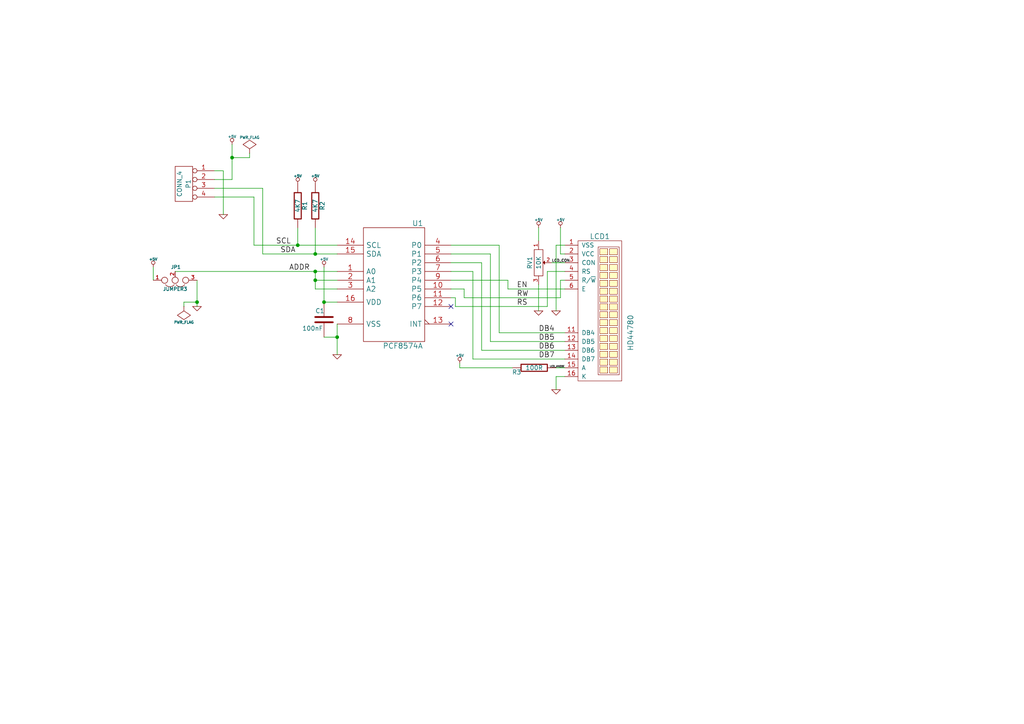
<source format=kicad_sch>
(kicad_sch (version 20250114) (generator "eeschema") (generator_version "9.0")
  (paper "A4")
  (title_block (title "I2C expansion for a HD44780-compatible 16x02 LCD") (date "23 jul 2012") (rev "0.3") (company "Released under the Creative Commons Attribution Share-Alike 3.0") (comment 1 "http://lowvoltage.wordpress.com") (comment 2 "KiCAD schematic and PCB layout by Dimitar Kovachev"))
  (lib_symbols
    (symbol "+5V_1" (power) (pin_names (offset 1.016))
      (property "Value" "+5V" (at 0 2.286 0))
      (symbol "+5V_1_0_0"
        (pin power_in line (at 0 0 90) (length 0) (hide yes) (name "+5V") (number "1"))
      )
      (symbol "+5V_1_0_1"
        (circle (center 0 1.27) (radius 0.508))
        (polyline (pts (xy 0 0) (xy 0 0.762) (xy 0 0.762) (xy 0 0.762)))
      )
    )
    (symbol "+5V_10" (power) (pin_names (offset 1.016))
      (property "Value" "+5V" (at 0 2.286 0))
      (symbol "+5V_10_0_0"
        (pin power_in line (at 0 0 90) (length 0) (hide yes) (name "+5V") (number "1"))
      )
      (symbol "+5V_10_0_1"
        (circle (center 0 1.27) (radius 0.508))
        (polyline (pts (xy 0 0) (xy 0 0.762) (xy 0 0.762) (xy 0 0.762)))
      )
    )
    (symbol "+5V_11" (power) (pin_names (offset 1.016))
      (property "Value" "+5V" (at 0 2.286 0))
      (symbol "+5V_11_0_0"
        (pin power_in line (at 0 0 90) (length 0) (hide yes) (name "+5V") (number "1"))
      )
      (symbol "+5V_11_0_1"
        (circle (center 0 1.27) (radius 0.508))
        (polyline (pts (xy 0 0) (xy 0 0.762) (xy 0 0.762) (xy 0 0.762)))
      )
    )
    (symbol "+5V_12" (power) (pin_names (offset 1.016))
      (property "Value" "+5V" (at 0 2.286 0))
      (symbol "+5V_12_0_0"
        (pin power_in line (at 0 0 90) (length 0) (hide yes) (name "+5V") (number "1"))
      )
      (symbol "+5V_12_0_1"
        (circle (center 0 1.27) (radius 0.508))
        (polyline (pts (xy 0 0) (xy 0 0.762) (xy 0 0.762) (xy 0 0.762)))
      )
    )
    (symbol "+5V_13" (power) (pin_names (offset 1.016))
      (property "Value" "+5V" (at 0 2.286 0))
      (symbol "+5V_13_0_0"
        (pin power_in line (at 0 0 90) (length 0) (hide yes) (name "+5V") (number "1"))
      )
      (symbol "+5V_13_0_1"
        (circle (center 0 1.27) (radius 0.508))
        (polyline (pts (xy 0 0) (xy 0 0.762) (xy 0 0.762) (xy 0 0.762)))
      )
    )
    (symbol "+5V_14" (power) (pin_names (offset 1.016))
      (property "Value" "+5V" (at 0 2.286 0))
      (symbol "+5V_14_0_0"
        (pin power_in line (at 0 0 90) (length 0) (hide yes) (name "+5V") (number "1"))
      )
      (symbol "+5V_14_0_1"
        (circle (center 0 1.27) (radius 0.508))
        (polyline (pts (xy 0 0) (xy 0 0.762) (xy 0 0.762) (xy 0 0.762)))
      )
    )
    (symbol "+5V_15" (power) (pin_names (offset 1.016))
      (property "Value" "+5V" (at 0 2.286 0))
      (symbol "+5V_15_0_0"
        (pin power_in line (at 0 0 90) (length 0) (hide yes) (name "+5V") (number "1"))
      )
      (symbol "+5V_15_0_1"
        (circle (center 0 1.27) (radius 0.508))
        (polyline (pts (xy 0 0) (xy 0 0.762) (xy 0 0.762) (xy 0 0.762)))
      )
    )
    (symbol "+5V_16" (power) (pin_names (offset 1.016))
      (property "Value" "+5V" (at 0 2.286 0))
      (symbol "+5V_16_0_0"
        (pin power_in line (at 0 0 90) (length 0) (hide yes) (name "+5V") (number "1"))
      )
      (symbol "+5V_16_0_1"
        (circle (center 0 1.27) (radius 0.508))
        (polyline (pts (xy 0 0) (xy 0 0.762) (xy 0 0.762) (xy 0 0.762)))
      )
    )
    (symbol "+5V_2" (power) (pin_names (offset 1.016))
      (property "Value" "+5V" (at 0 2.286 0))
      (symbol "+5V_2_0_0"
        (pin power_in line (at 0 0 90) (length 0) (hide yes) (name "+5V") (number "1"))
      )
      (symbol "+5V_2_0_1"
        (circle (center 0 1.27) (radius 0.508))
        (polyline (pts (xy 0 0) (xy 0 0.762) (xy 0 0.762) (xy 0 0.762)))
      )
    )
    (symbol "+5V_3" (power) (pin_names (offset 1.016))
      (property "Value" "+5V" (at 0 2.286 0))
      (symbol "+5V_3_0_0"
        (pin power_in line (at 0 0 90) (length 0) (hide yes) (name "+5V") (number "1"))
      )
      (symbol "+5V_3_0_1"
        (circle (center 0 1.27) (radius 0.508))
        (polyline (pts (xy 0 0) (xy 0 0.762) (xy 0 0.762) (xy 0 0.762)))
      )
    )
    (symbol "+5V_4" (power) (pin_names (offset 1.016))
      (property "Value" "+5V" (at 0 2.286 0))
      (symbol "+5V_4_0_0"
        (pin power_in line (at 0 0 90) (length 0) (hide yes) (name "+5V") (number "1"))
      )
      (symbol "+5V_4_0_1"
        (circle (center 0 1.27) (radius 0.508))
        (polyline (pts (xy 0 0) (xy 0 0.762) (xy 0 0.762) (xy 0 0.762)))
      )
    )
    (symbol "+5V_5" (power) (pin_names (offset 1.016))
      (property "Value" "+5V" (at 0 2.286 0))
      (symbol "+5V_5_0_0"
        (pin power_in line (at 0 0 90) (length 0) (hide yes) (name "+5V") (number "1"))
      )
      (symbol "+5V_5_0_1"
        (circle (center 0 1.27) (radius 0.508))
        (polyline (pts (xy 0 0) (xy 0 0.762) (xy 0 0.762) (xy 0 0.762)))
      )
    )
    (symbol "+5V_6" (power) (pin_names (offset 1.016))
      (property "Value" "+5V" (at 0 2.286 0))
      (symbol "+5V_6_0_0"
        (pin power_in line (at 0 0 90) (length 0) (hide yes) (name "+5V") (number "1"))
      )
      (symbol "+5V_6_0_1"
        (circle (center 0 1.27) (radius 0.508))
        (polyline (pts (xy 0 0) (xy 0 0.762) (xy 0 0.762) (xy 0 0.762)))
      )
    )
    (symbol "+5V_7" (power) (pin_names (offset 1.016))
      (property "Value" "+5V" (at 0 2.286 0))
      (symbol "+5V_7_0_0"
        (pin power_in line (at 0 0 90) (length 0) (hide yes) (name "+5V") (number "1"))
      )
      (symbol "+5V_7_0_1"
        (circle (center 0 1.27) (radius 0.508))
        (polyline (pts (xy 0 0) (xy 0 0.762) (xy 0 0.762) (xy 0 0.762)))
      )
    )
    (symbol "+5V_8" (power) (pin_names (offset 1.016))
      (property "Value" "+5V" (at 0 2.286 0))
      (symbol "+5V_8_0_0"
        (pin power_in line (at 0 0 90) (length 0) (hide yes) (name "+5V") (number "1"))
      )
      (symbol "+5V_8_0_1"
        (circle (center 0 1.27) (radius 0.508))
        (polyline (pts (xy 0 0) (xy 0 0.762) (xy 0 0.762) (xy 0 0.762)))
      )
    )
    (symbol "+5V_9" (power) (pin_names (offset 1.016))
      (property "Value" "+5V" (at 0 2.286 0))
      (symbol "+5V_9_0_0"
        (pin power_in line (at 0 0 90) (length 0) (hide yes) (name "+5V") (number "1"))
      )
      (symbol "+5V_9_0_1"
        (circle (center 0 1.27) (radius 0.508))
        (polyline (pts (xy 0 0) (xy 0 0.762) (xy 0 0.762) (xy 0 0.762)))
      )
    )
    (symbol "CONN_4_1" (pin_names (offset 1.016) (hide yes))
      (property "Reference" "P" (at -1.27 0 90))
      (property "Value" "CONN_4" (at 1.27 0 90))
      (symbol "CONN_4_1_0_1"
        (rectangle (start -2.54 5.08) (end 2.54 -5.08))
      )
      (symbol "CONN_4_1_1_1"
        (pin passive inverted (at -8.89 3.81 0) (length 6.35) (name "P1") (number "1"))
        (pin passive inverted (at -8.89 1.27 0) (length 6.35) (name "P2") (number "2"))
        (pin passive inverted (at -8.89 -1.27 0) (length 6.35) (name "P3") (number "3"))
        (pin passive inverted (at -8.89 -3.81 0) (length 6.35) (name "P4") (number "4"))
      )
    )
    (symbol "CONN_4_2" (pin_names (offset 1.016) (hide yes))
      (property "Reference" "P" (at -1.27 0 90))
      (property "Value" "CONN_4" (at 1.27 0 90))
      (symbol "CONN_4_2_0_1"
        (rectangle (start -2.54 5.08) (end 2.54 -5.08))
      )
      (symbol "CONN_4_2_1_1"
        (pin passive inverted (at -8.89 3.81 0) (length 6.35) (name "P1") (number "1"))
        (pin passive inverted (at -8.89 1.27 0) (length 6.35) (name "P2") (number "2"))
        (pin passive inverted (at -8.89 -1.27 0) (length 6.35) (name "P3") (number "3"))
        (pin passive inverted (at -8.89 -3.81 0) (length 6.35) (name "P4") (number "4"))
      )
    )
    (symbol "C_1" (pin_numbers (hide yes)) (pin_names (offset 0.254))
      (property "Reference" "C" (at 1.27 2.54 0))
      (property "Value" "C" (at 1.27 -2.54 0))
      (symbol "C_1_0_1"
        (polyline (pts (xy -2.54 0.762) (xy 2.54 0.762)) (stroke (width 0.508)))
        (polyline (pts (xy -2.54 -0.762) (xy 2.54 -0.762)) (stroke (width 0.508)))
      )
      (symbol "C_1_1_1"
        (pin passive line (at 0 5.08 270) (length 4.318) (name "~") (number "1"))
        (pin passive line (at 0 -5.08 90) (length 4.318) (name "~") (number "2"))
      )
    )
    (symbol "C_2" (pin_numbers (hide yes)) (pin_names (offset 0.254))
      (property "Reference" "C" (at 1.27 2.54 0))
      (property "Value" "C" (at 1.27 -2.54 0))
      (symbol "C_2_0_1"
        (polyline (pts (xy -2.54 0.762) (xy 2.54 0.762)) (stroke (width 0.508)))
        (polyline (pts (xy -2.54 -0.762) (xy 2.54 -0.762)) (stroke (width 0.508)))
      )
      (symbol "C_2_1_1"
        (pin passive line (at 0 5.08 270) (length 4.318) (name "~") (number "1"))
        (pin passive line (at 0 -5.08 90) (length 4.318) (name "~") (number "2"))
      )
    )
    (symbol "GND_1" (power) (pin_names (offset 0))
      (symbol "GND_1_0_1"
        (polyline (pts (xy -1.27 0) (xy 0 -1.27) (xy 1.27 0) (xy -1.27 0)))
      )
      (symbol "GND_1_1_1"
        (pin power_in line (at 0 0 90) (length 0) (hide yes) (name "GND") (number "1"))
      )
    )
    (symbol "GND_10" (power) (pin_names (offset 0))
      (symbol "GND_10_0_1"
        (polyline (pts (xy -1.27 0) (xy 0 -1.27) (xy 1.27 0) (xy -1.27 0)))
      )
      (symbol "GND_10_1_1"
        (pin power_in line (at 0 0 90) (length 0) (hide yes) (name "GND") (number "1"))
      )
    )
    (symbol "GND_11" (power) (pin_names (offset 0))
      (symbol "GND_11_0_1"
        (polyline (pts (xy -1.27 0) (xy 0 -1.27) (xy 1.27 0) (xy -1.27 0)))
      )
      (symbol "GND_11_1_1"
        (pin power_in line (at 0 0 90) (length 0) (hide yes) (name "GND") (number "1"))
      )
    )
    (symbol "GND_12" (power) (pin_names (offset 0))
      (symbol "GND_12_0_1"
        (polyline (pts (xy -1.27 0) (xy 0 -1.27) (xy 1.27 0) (xy -1.27 0)))
      )
      (symbol "GND_12_1_1"
        (pin power_in line (at 0 0 90) (length 0) (hide yes) (name "GND") (number "1"))
      )
    )
    (symbol "GND_2" (power) (pin_names (offset 0))
      (symbol "GND_2_0_1"
        (polyline (pts (xy -1.27 0) (xy 0 -1.27) (xy 1.27 0) (xy -1.27 0)))
      )
      (symbol "GND_2_1_1"
        (pin power_in line (at 0 0 90) (length 0) (hide yes) (name "GND") (number "1"))
      )
    )
    (symbol "GND_3" (power) (pin_names (offset 0))
      (symbol "GND_3_0_1"
        (polyline (pts (xy -1.27 0) (xy 0 -1.27) (xy 1.27 0) (xy -1.27 0)))
      )
      (symbol "GND_3_1_1"
        (pin power_in line (at 0 0 90) (length 0) (hide yes) (name "GND") (number "1"))
      )
    )
    (symbol "GND_4" (power) (pin_names (offset 0))
      (symbol "GND_4_0_1"
        (polyline (pts (xy -1.27 0) (xy 0 -1.27) (xy 1.27 0) (xy -1.27 0)))
      )
      (symbol "GND_4_1_1"
        (pin power_in line (at 0 0 90) (length 0) (hide yes) (name "GND") (number "1"))
      )
    )
    (symbol "GND_5" (power) (pin_names (offset 0))
      (symbol "GND_5_0_1"
        (polyline (pts (xy -1.27 0) (xy 0 -1.27) (xy 1.27 0) (xy -1.27 0)))
      )
      (symbol "GND_5_1_1"
        (pin power_in line (at 0 0 90) (length 0) (hide yes) (name "GND") (number "1"))
      )
    )
    (symbol "GND_6" (power) (pin_names (offset 0))
      (symbol "GND_6_0_1"
        (polyline (pts (xy -1.27 0) (xy 0 -1.27) (xy 1.27 0) (xy -1.27 0)))
      )
      (symbol "GND_6_1_1"
        (pin power_in line (at 0 0 90) (length 0) (hide yes) (name "GND") (number "1"))
      )
    )
    (symbol "GND_7" (power) (pin_names (offset 0))
      (symbol "GND_7_0_1"
        (polyline (pts (xy -1.27 0) (xy 0 -1.27) (xy 1.27 0) (xy -1.27 0)))
      )
      (symbol "GND_7_1_1"
        (pin power_in line (at 0 0 90) (length 0) (hide yes) (name "GND") (number "1"))
      )
    )
    (symbol "GND_8" (power) (pin_names (offset 0))
      (symbol "GND_8_0_1"
        (polyline (pts (xy -1.27 0) (xy 0 -1.27) (xy 1.27 0) (xy -1.27 0)))
      )
      (symbol "GND_8_1_1"
        (pin power_in line (at 0 0 90) (length 0) (hide yes) (name "GND") (number "1"))
      )
    )
    (symbol "GND_9" (power) (pin_names (offset 0))
      (symbol "GND_9_0_1"
        (polyline (pts (xy -1.27 0) (xy 0 -1.27) (xy 1.27 0) (xy -1.27 0)))
      )
      (symbol "GND_9_1_1"
        (pin power_in line (at 0 0 90) (length 0) (hide yes) (name "GND") (number "1"))
      )
    )
    (symbol "JUMPER3_1" (pin_names (offset 0.762) (hide yes))
      (property "Reference" "JP" (at 1.27 -2.54 0))
      (property "Value" "JUMPER3" (at 0 2.54 0))
      (symbol "JUMPER3_1_0_1"
        (circle (center -3.048 0) (radius 0.889))
        (arc (start -2.794 1.27) (mid -1.524 1.8804) (end -0.254 1.27))
        (circle (center 0 0) (radius 0.9144))
        (arc (start 0.254 1.27) (mid 1.524 1.8804) (end 2.794 1.27))
        (circle (center 3.048 0) (radius 0.889))
        (pin passive line (at -6.35 0 0) (length 2.413) (name "1") (number "1"))
        (pin passive line (at 0 -2.54 90) (length 1.524) (name "2") (number "2"))
        (pin passive line (at 6.35 0 180) (length 2.413) (name "3") (number "3"))
      )
    )
    (symbol "JUMPER3_2" (pin_names (offset 0.762) (hide yes))
      (property "Reference" "JP" (at 1.27 -2.54 0))
      (property "Value" "JUMPER3" (at 0 2.54 0))
      (symbol "JUMPER3_2_0_1"
        (circle (center -3.048 0) (radius 0.889))
        (arc (start -2.794 1.27) (mid -1.524 1.8804) (end -0.254 1.27))
        (circle (center 0 0) (radius 0.9144))
        (arc (start 0.254 1.27) (mid 1.524 1.8804) (end 2.794 1.27))
        (circle (center 3.048 0) (radius 0.889))
        (pin passive line (at -6.35 0 0) (length 2.413) (name "1") (number "1"))
        (pin passive line (at 0 -2.54 90) (length 1.524) (name "2") (number "2"))
        (pin passive line (at 6.35 0 180) (length 2.413) (name "3") (number "3"))
      )
    )
    (symbol "LV_1602_LCD_HD44780_6+6_1" (pin_names (offset 1.016))
      (property "Reference" "LCD" (at 15.24 -11.43 0))
      (property "Value" "LV_1602_LCD_HD44780_6+6" (at -6.35 10.16 0))
      (symbol "LV_1602_LCD_HD44780_6+6_1_0_1"
        (rectangle (start -20.32 7.62) (end 20.32 -5.08) (stroke (width 0.127)))
        (rectangle (start -18.542 6.858) (end 18.542 0.762) (stroke (width 0.127)))
        (rectangle (start -18.034 4.064) (end -16.256 6.35) (stroke (width 0.127)) (fill (type background)))
        (rectangle (start -18.034 3.556) (end -16.256 1.27) (stroke (width 0.127)) (fill (type background)))
        (rectangle (start -15.748 4.064) (end -13.97 6.35) (stroke (width 0.127)) (fill (type background)))
        (rectangle (start -15.748 3.556) (end -13.97 1.27) (stroke (width 0.127)) (fill (type background)))
        (rectangle (start -13.462 6.35) (end -11.684 4.064) (stroke (width 0.127)) (fill (type background)))
        (rectangle (start -13.462 3.556) (end -11.684 1.27) (stroke (width 0.127)) (fill (type background)))
        (rectangle (start -11.176 6.35) (end -9.398 4.064) (stroke (width 0.127)) (fill (type background)))
        (rectangle (start -11.176 3.556) (end -9.398 1.27) (stroke (width 0.127)) (fill (type background)))
        (rectangle (start -8.89 6.35) (end -7.112 4.064) (stroke (width 0.127)) (fill (type background)))
        (rectangle (start -8.89 3.556) (end -7.112 1.27) (stroke (width 0.127)) (fill (type background)))
        (rectangle (start -6.604 6.35) (end -4.826 4.064) (stroke (width 0.127)) (fill (type background)))
        (rectangle (start -6.604 3.556) (end -4.826 1.27) (stroke (width 0.127)) (fill (type background)))
        (rectangle (start -4.318 6.35) (end -2.54 4.064) (stroke (width 0.127)) (fill (type background)))
        (rectangle (start -4.318 3.556) (end -2.54 1.27) (stroke (width 0.127)) (fill (type background)))
        (rectangle (start -2.032 6.35) (end -0.254 4.064) (stroke (width 0.127)) (fill (type background)))
        (rectangle (start -2.032 3.556) (end -0.254 1.27) (stroke (width 0.127)) (fill (type background)))
        (rectangle (start 0.254 6.35) (end 2.032 4.064) (stroke (width 0.127)) (fill (type background)))
        (rectangle (start 0.254 3.556) (end 2.032 1.27) (stroke (width 0.127)) (fill (type background)))
        (rectangle (start 2.54 6.35) (end 4.318 4.064) (stroke (width 0.127)) (fill (type background)))
        (rectangle (start 2.54 3.556) (end 4.318 1.27) (stroke (width 0.127)) (fill (type background)))
        (rectangle (start 4.826 6.35) (end 6.604 4.064) (stroke (width 0.127)) (fill (type background)))
        (rectangle (start 4.826 3.556) (end 6.604 1.27) (stroke (width 0.127)) (fill (type background)))
        (rectangle (start 7.112 6.35) (end 8.89 4.064) (stroke (width 0.127)) (fill (type background)))
        (rectangle (start 7.112 3.556) (end 8.89 1.27) (stroke (width 0.127)) (fill (type background)))
        (rectangle (start 9.398 6.35) (end 11.176 4.064) (stroke (width 0.127)) (fill (type background)))
        (rectangle (start 9.398 3.556) (end 11.176 1.27) (stroke (width 0.127)) (fill (type background)))
        (rectangle (start 11.684 6.35) (end 13.462 4.064) (stroke (width 0.127)) (fill (type background)))
        (rectangle (start 11.684 3.556) (end 13.462 1.27) (stroke (width 0.127)) (fill (type background)))
        (rectangle (start 13.97 6.35) (end 15.748 4.064) (stroke (width 0.127)) (fill (type background)))
        (rectangle (start 13.97 3.556) (end 15.748 1.27) (stroke (width 0.127)) (fill (type background)))
        (rectangle (start 16.256 6.35) (end 18.034 4.064) (stroke (width 0.127)) (fill (type background)))
        (rectangle (start 16.256 3.556) (end 18.034 1.27) (stroke (width 0.127)) (fill (type background)))
      )
      (symbol "LV_1602_LCD_HD44780_6+6_1_1_1"
        (pin input line (at -19.05 -8.89 90) (length 3.81) (name "K") (number "16"))
        (pin input line (at -16.51 -8.89 90) (length 3.81) (name "A") (number "15"))
        (pin bidirectional line (at -13.97 -8.89 90) (length 3.81) (name "DB7") (number "14"))
        (pin bidirectional line (at -11.43 -8.89 90) (length 3.81) (name "DB6") (number "13"))
        (pin bidirectional line (at -8.89 -8.89 90) (length 3.81) (name "DB5") (number "12"))
        (pin bidirectional line (at -6.35 -8.89 90) (length 3.81) (name "DB4") (number "11"))
        (pin input line (at 6.35 -8.89 90) (length 3.81) (name "E") (number "6"))
        (pin input line (at 8.89 -8.89 90) (length 3.81) (name "R/~{W}") (number "5"))
        (pin input line (at 11.43 -8.89 90) (length 3.81) (name "RS") (number "4"))
        (pin input line (at 13.97 -8.89 90) (length 3.81) (name "CON") (number "3"))
        (pin input line (at 16.51 -8.89 90) (length 3.81) (name "VCC") (number "2"))
        (pin input line (at 19.05 -8.89 90) (length 3.81) (name "VSS") (number "1"))
      )
    )
    (symbol "LV_1602_LCD_HD44780_6+6_2" (pin_names (offset 1.016))
      (property "Reference" "LCD" (at 15.24 -11.43 0))
      (property "Value" "LV_1602_LCD_HD44780_6+6" (at -6.35 10.16 0))
      (symbol "LV_1602_LCD_HD44780_6+6_2_0_1"
        (rectangle (start -20.32 7.62) (end 20.32 -5.08) (stroke (width 0.127)))
        (rectangle (start -18.542 6.858) (end 18.542 0.762) (stroke (width 0.127)))
        (rectangle (start -18.034 4.064) (end -16.256 6.35) (stroke (width 0.127)) (fill (type background)))
        (rectangle (start -18.034 3.556) (end -16.256 1.27) (stroke (width 0.127)) (fill (type background)))
        (rectangle (start -15.748 4.064) (end -13.97 6.35) (stroke (width 0.127)) (fill (type background)))
        (rectangle (start -15.748 3.556) (end -13.97 1.27) (stroke (width 0.127)) (fill (type background)))
        (rectangle (start -13.462 6.35) (end -11.684 4.064) (stroke (width 0.127)) (fill (type background)))
        (rectangle (start -13.462 3.556) (end -11.684 1.27) (stroke (width 0.127)) (fill (type background)))
        (rectangle (start -11.176 6.35) (end -9.398 4.064) (stroke (width 0.127)) (fill (type background)))
        (rectangle (start -11.176 3.556) (end -9.398 1.27) (stroke (width 0.127)) (fill (type background)))
        (rectangle (start -8.89 6.35) (end -7.112 4.064) (stroke (width 0.127)) (fill (type background)))
        (rectangle (start -8.89 3.556) (end -7.112 1.27) (stroke (width 0.127)) (fill (type background)))
        (rectangle (start -6.604 6.35) (end -4.826 4.064) (stroke (width 0.127)) (fill (type background)))
        (rectangle (start -6.604 3.556) (end -4.826 1.27) (stroke (width 0.127)) (fill (type background)))
        (rectangle (start -4.318 6.35) (end -2.54 4.064) (stroke (width 0.127)) (fill (type background)))
        (rectangle (start -4.318 3.556) (end -2.54 1.27) (stroke (width 0.127)) (fill (type background)))
        (rectangle (start -2.032 6.35) (end -0.254 4.064) (stroke (width 0.127)) (fill (type background)))
        (rectangle (start -2.032 3.556) (end -0.254 1.27) (stroke (width 0.127)) (fill (type background)))
        (rectangle (start 0.254 6.35) (end 2.032 4.064) (stroke (width 0.127)) (fill (type background)))
        (rectangle (start 0.254 3.556) (end 2.032 1.27) (stroke (width 0.127)) (fill (type background)))
        (rectangle (start 2.54 6.35) (end 4.318 4.064) (stroke (width 0.127)) (fill (type background)))
        (rectangle (start 2.54 3.556) (end 4.318 1.27) (stroke (width 0.127)) (fill (type background)))
        (rectangle (start 4.826 6.35) (end 6.604 4.064) (stroke (width 0.127)) (fill (type background)))
        (rectangle (start 4.826 3.556) (end 6.604 1.27) (stroke (width 0.127)) (fill (type background)))
        (rectangle (start 7.112 6.35) (end 8.89 4.064) (stroke (width 0.127)) (fill (type background)))
        (rectangle (start 7.112 3.556) (end 8.89 1.27) (stroke (width 0.127)) (fill (type background)))
        (rectangle (start 9.398 6.35) (end 11.176 4.064) (stroke (width 0.127)) (fill (type background)))
        (rectangle (start 9.398 3.556) (end 11.176 1.27) (stroke (width 0.127)) (fill (type background)))
        (rectangle (start 11.684 6.35) (end 13.462 4.064) (stroke (width 0.127)) (fill (type background)))
        (rectangle (start 11.684 3.556) (end 13.462 1.27) (stroke (width 0.127)) (fill (type background)))
        (rectangle (start 13.97 6.35) (end 15.748 4.064) (stroke (width 0.127)) (fill (type background)))
        (rectangle (start 13.97 3.556) (end 15.748 1.27) (stroke (width 0.127)) (fill (type background)))
        (rectangle (start 16.256 6.35) (end 18.034 4.064) (stroke (width 0.127)) (fill (type background)))
        (rectangle (start 16.256 3.556) (end 18.034 1.27) (stroke (width 0.127)) (fill (type background)))
      )
      (symbol "LV_1602_LCD_HD44780_6+6_2_1_1"
        (pin input line (at -19.05 -8.89 90) (length 3.81) (name "K") (number "16"))
        (pin input line (at -16.51 -8.89 90) (length 3.81) (name "A") (number "15"))
        (pin bidirectional line (at -13.97 -8.89 90) (length 3.81) (name "DB7") (number "14"))
        (pin bidirectional line (at -11.43 -8.89 90) (length 3.81) (name "DB6") (number "13"))
        (pin bidirectional line (at -8.89 -8.89 90) (length 3.81) (name "DB5") (number "12"))
        (pin bidirectional line (at -6.35 -8.89 90) (length 3.81) (name "DB4") (number "11"))
        (pin input line (at 6.35 -8.89 90) (length 3.81) (name "E") (number "6"))
        (pin input line (at 8.89 -8.89 90) (length 3.81) (name "R/~{W}") (number "5"))
        (pin input line (at 11.43 -8.89 90) (length 3.81) (name "RS") (number "4"))
        (pin input line (at 13.97 -8.89 90) (length 3.81) (name "CON") (number "3"))
        (pin input line (at 16.51 -8.89 90) (length 3.81) (name "VCC") (number "2"))
        (pin input line (at 19.05 -8.89 90) (length 3.81) (name "VSS") (number "1"))
      )
    )
    (symbol "PCF8574_1" (pin_names (offset 0.762))
      (property "Reference" "U" (at 6.858 17.78 0))
      (property "Value" "PCF8574" (at 9.906 -17.7292 0))
      (symbol "PCF8574_1_0_1"
        (rectangle (start -8.89 -16.51) (end 8.89 16.51))
      )
      (symbol "PCF8574_1_1_1"
        (pin input line (at -16.51 11.43 0) (length 7.62) (name "SCL") (number "14"))
        (pin bidirectional line (at -16.51 8.89 0) (length 7.62) (name "SDA") (number "15"))
        (pin input line (at -16.51 3.81 0) (length 7.62) (name "A0") (number "1"))
        (pin input line (at -16.51 1.27 0) (length 7.62) (name "A1") (number "2"))
        (pin input line (at -16.51 -1.27 0) (length 7.62) (name "A2") (number "3"))
        (pin power_in line (at -16.51 -5.08 0) (length 7.62) (name "VDD") (number "16"))
        (pin power_in line (at -16.51 -11.43 0) (length 7.62) (name "VSS") (number "8"))
        (pin bidirectional line (at 16.51 11.43 180) (length 7.62) (name "P0") (number "4"))
        (pin bidirectional line (at 16.51 8.89 180) (length 7.62) (name "P1") (number "5"))
        (pin bidirectional line (at 16.51 6.35 180) (length 7.62) (name "P2") (number "6"))
        (pin bidirectional line (at 16.51 3.81 180) (length 7.62) (name "P3") (number "7"))
        (pin bidirectional line (at 16.51 1.27 180) (length 7.62) (name "P4") (number "9"))
        (pin bidirectional line (at 16.51 -1.27 180) (length 7.62) (name "P5") (number "10"))
        (pin bidirectional line (at 16.51 -3.81 180) (length 7.62) (name "P6") (number "11"))
        (pin bidirectional line (at 16.51 -6.35 180) (length 7.62) (name "P7") (number "12"))
        (pin open_collector output_low (at 16.51 -11.43 180) (length 7.62) (name "INT") (number "13"))
      )
    )
    (symbol "PCF8574_2" (pin_names (offset 0.762))
      (property "Reference" "U" (at 6.858 17.78 0))
      (property "Value" "PCF8574" (at 9.906 -17.7292 0))
      (symbol "PCF8574_2_0_1"
        (rectangle (start -8.89 -16.51) (end 8.89 16.51))
      )
      (symbol "PCF8574_2_1_1"
        (pin input line (at -16.51 11.43 0) (length 7.62) (name "SCL") (number "14"))
        (pin bidirectional line (at -16.51 8.89 0) (length 7.62) (name "SDA") (number "15"))
        (pin input line (at -16.51 3.81 0) (length 7.62) (name "A0") (number "1"))
        (pin input line (at -16.51 1.27 0) (length 7.62) (name "A1") (number "2"))
        (pin input line (at -16.51 -1.27 0) (length 7.62) (name "A2") (number "3"))
        (pin power_in line (at -16.51 -5.08 0) (length 7.62) (name "VDD") (number "16"))
        (pin power_in line (at -16.51 -11.43 0) (length 7.62) (name "VSS") (number "8"))
        (pin bidirectional line (at 16.51 11.43 180) (length 7.62) (name "P0") (number "4"))
        (pin bidirectional line (at 16.51 8.89 180) (length 7.62) (name "P1") (number "5"))
        (pin bidirectional line (at 16.51 6.35 180) (length 7.62) (name "P2") (number "6"))
        (pin bidirectional line (at 16.51 3.81 180) (length 7.62) (name "P3") (number "7"))
        (pin bidirectional line (at 16.51 1.27 180) (length 7.62) (name "P4") (number "9"))
        (pin bidirectional line (at 16.51 -1.27 180) (length 7.62) (name "P5") (number "10"))
        (pin bidirectional line (at 16.51 -3.81 180) (length 7.62) (name "P6") (number "11"))
        (pin bidirectional line (at 16.51 -6.35 180) (length 7.62) (name "P7") (number "12"))
        (pin open_collector output_low (at 16.51 -11.43 180) (length 7.62) (name "INT") (number "13"))
      )
    )
    (symbol "POT_1" (pin_names (offset 1.016) (hide yes))
      (property "Reference" "RV" (at 0 -2.54 0))
      (property "Value" "POT" (at 0 0 0))
      (symbol "POT_1_0_1"
        (rectangle (start -3.81 1.27) (end 3.81 -1.27))
        (polyline (pts (xy 0 1.27) (xy -0.508 1.778) (xy 0.508 1.778)) (fill (type outline)))
      )
      (symbol "POT_1_1_1"
        (pin passive line (at -6.35 0 0) (length 2.54) (name "1") (number "1"))
        (pin passive line (at 0 3.81 270) (length 2.032) (name "2") (number "2"))
        (pin passive line (at 6.35 0 180) (length 2.54) (name "3") (number "3"))
      )
    )
    (symbol "POT_2" (pin_names (offset 1.016) (hide yes))
      (property "Reference" "RV" (at 0 -2.54 0))
      (property "Value" "POT" (at 0 0 0))
      (symbol "POT_2_0_1"
        (rectangle (start -3.81 1.27) (end 3.81 -1.27))
        (polyline (pts (xy 0 1.27) (xy -0.508 1.778) (xy 0.508 1.778)) (fill (type outline)))
      )
      (symbol "POT_2_1_1"
        (pin passive line (at -6.35 0 0) (length 2.54) (name "1") (number "1"))
        (pin passive line (at 0 3.81 270) (length 2.032) (name "2") (number "2"))
        (pin passive line (at 6.35 0 180) (length 2.54) (name "3") (number "3"))
      )
    )
    (symbol "PWR_FLAG_1" (power) (pin_numbers (hide yes)) (pin_names (offset 0) (hide yes))
      (property "Value" "PWR_FLAG" (at 0 4.572 0))
      (symbol "PWR_FLAG_1_0_0"
        (pin power_out line (at 0 0 90) (length 0) (name "pwr") (number "1"))
      )
      (symbol "PWR_FLAG_1_0_1"
        (polyline (pts (xy 0 0) (xy 0 1.27) (xy -1.905 2.54) (xy 0 3.81) (xy 1.905 2.54) (xy 0 1.27)))
      )
    )
    (symbol "PWR_FLAG_2" (power) (pin_numbers (hide yes)) (pin_names (offset 0) (hide yes))
      (property "Value" "PWR_FLAG" (at 0 4.572 0))
      (symbol "PWR_FLAG_2_0_0"
        (pin power_out line (at 0 0 90) (length 0) (name "pwr") (number "1"))
      )
      (symbol "PWR_FLAG_2_0_1"
        (polyline (pts (xy 0 0) (xy 0 1.27) (xy -1.905 2.54) (xy 0 3.81) (xy 1.905 2.54) (xy 0 1.27)))
      )
    )
    (symbol "PWR_FLAG_3" (power) (pin_numbers (hide yes)) (pin_names (offset 0) (hide yes))
      (property "Value" "PWR_FLAG" (at 0 4.572 0))
      (symbol "PWR_FLAG_3_0_0"
        (pin power_out line (at 0 0 90) (length 0) (name "pwr") (number "1"))
      )
      (symbol "PWR_FLAG_3_0_1"
        (polyline (pts (xy 0 0) (xy 0 1.27) (xy -1.905 2.54) (xy 0 3.81) (xy 1.905 2.54) (xy 0 1.27)))
      )
    )
    (symbol "PWR_FLAG_4" (power) (pin_numbers (hide yes)) (pin_names (offset 0) (hide yes))
      (property "Value" "PWR_FLAG" (at 0 4.572 0))
      (symbol "PWR_FLAG_4_0_0"
        (pin power_out line (at 0 0 90) (length 0) (name "pwr") (number "1"))
      )
      (symbol "PWR_FLAG_4_0_1"
        (polyline (pts (xy 0 0) (xy 0 1.27) (xy -1.905 2.54) (xy 0 3.81) (xy 1.905 2.54) (xy 0 1.27)))
      )
    )
    (symbol "R_1" (pin_numbers (hide yes)) (pin_names (offset 0))
      (property "Reference" "R" (at 2.032 0 90))
      (property "Value" "R" (at 0 0 90))
      (symbol "R_1_0_1"
        (rectangle (start -1.016 3.81) (end 1.016 -3.81) (stroke (width 0.3048)))
      )
      (symbol "R_1_1_1"
        (pin passive line (at 0 6.35 270) (length 2.54) (name "~") (number "1"))
        (pin passive line (at 0 -6.35 90) (length 2.54) (name "~") (number "2"))
      )
    )
    (symbol "R_2" (pin_numbers (hide yes)) (pin_names (offset 0))
      (property "Reference" "R" (at 2.032 0 90))
      (property "Value" "R" (at 0 0 90))
      (symbol "R_2_0_1"
        (rectangle (start -1.016 3.81) (end 1.016 -3.81) (stroke (width 0.3048)))
      )
      (symbol "R_2_1_1"
        (pin passive line (at 0 6.35 270) (length 2.54) (name "~") (number "1"))
        (pin passive line (at 0 -6.35 90) (length 2.54) (name "~") (number "2"))
      )
    )
    (symbol "R_3" (pin_numbers (hide yes)) (pin_names (offset 0))
      (property "Reference" "R" (at 2.032 0 90))
      (property "Value" "R" (at 0 0 90))
      (symbol "R_3_0_1"
        (rectangle (start -1.016 3.81) (end 1.016 -3.81) (stroke (width 0.3048)))
      )
      (symbol "R_3_1_1"
        (pin passive line (at 0 6.35 270) (length 2.54) (name "~") (number "1"))
        (pin passive line (at 0 -6.35 90) (length 2.54) (name "~") (number "2"))
      )
    )
    (symbol "R_4" (pin_numbers (hide yes)) (pin_names (offset 0))
      (property "Reference" "R" (at 2.032 0 90))
      (property "Value" "R" (at 0 0 90))
      (symbol "R_4_0_1"
        (rectangle (start -1.016 3.81) (end 1.016 -3.81) (stroke (width 0.3048)))
      )
      (symbol "R_4_1_1"
        (pin passive line (at 0 6.35 270) (length 2.54) (name "~") (number "1"))
        (pin passive line (at 0 -6.35 90) (length 2.54) (name "~") (number "2"))
      )
    )
    (symbol "R_5" (pin_numbers (hide yes)) (pin_names (offset 0))
      (property "Reference" "R" (at 2.032 0 90))
      (property "Value" "R" (at 0 0 90))
      (symbol "R_5_0_1"
        (rectangle (start -1.016 3.81) (end 1.016 -3.81) (stroke (width 0.3048)))
      )
      (symbol "R_5_1_1"
        (pin passive line (at 0 6.35 270) (length 2.54) (name "~") (number "1"))
        (pin passive line (at 0 -6.35 90) (length 2.54) (name "~") (number "2"))
      )
    )
    (symbol "R_6" (pin_numbers (hide yes)) (pin_names (offset 0))
      (property "Reference" "R" (at 2.032 0 90))
      (property "Value" "R" (at 0 0 90))
      (symbol "R_6_0_1"
        (rectangle (start -1.016 3.81) (end 1.016 -3.81) (stroke (width 0.3048)))
      )
      (symbol "R_6_1_1"
        (pin passive line (at 0 6.35 270) (length 2.54) (name "~") (number "1"))
        (pin passive line (at 0 -6.35 90) (length 2.54) (name "~") (number "2"))
      )
    )
  )
  (junction (at 57.15 87.63))
  (junction (at 91.44 78.74))
  (junction (at 67.31 45.72))
  (junction (at 91.44 73.66))
  (junction (at 97.79 97.79))
  (junction (at 93.98 87.63))
  (junction (at 86.36 71.12))
  (junction (at 91.44 81.28))
  (no_connect (at 130.81 88.9))
  (no_connect (at 130.81 93.98))
  (wire (pts (xy 97.79 97.79) (xy 97.79 102.87)))
  (wire (pts (xy 130.81 71.12) (xy 144.78 71.12)))
  (wire (pts (xy 130.81 86.36) (xy 132.08 86.36)))
  (wire (pts (xy 91.44 78.74) (xy 91.44 81.28)))
  (wire (pts (xy 133.35 106.68) (xy 148.59 106.68)))
  (wire (pts (xy 93.98 87.63) (xy 97.79 87.63)))
  (wire (pts (xy 142.24 73.66) (xy 130.81 73.66)))
  (wire (pts (xy 76.2 73.66) (xy 76.2 54.61)))
  (wire (pts (xy 91.44 81.28) (xy 91.44 83.82)))
  (wire (pts (xy 161.29 106.68) (xy 163.83 106.68)))
  (wire (pts (xy 142.24 99.06) (xy 142.24 73.66)))
  (wire (pts (xy 130.81 81.28) (xy 147.32 81.28)))
  (wire (pts (xy 91.44 73.66) (xy 76.2 73.66)))
  (wire (pts (xy 156.21 66.04) (xy 156.21 69.85)))
  (wire (pts (xy 50.8 78.74) (xy 91.44 78.74)))
  (wire (pts (xy 134.62 86.36) (xy 134.62 83.82)))
  (wire (pts (xy 91.44 66.04) (xy 91.44 73.66)))
  (wire (pts (xy 160.02 76.2) (xy 163.83 76.2)))
  (wire (pts (xy 161.29 71.12) (xy 161.29 90.17)))
  (wire (pts (xy 137.16 104.14) (xy 137.16 78.74)))
  (wire (pts (xy 53.34 87.63) (xy 53.34 88.9)))
  (wire (pts (xy 162.56 81.28) (xy 163.83 81.28)))
  (wire (pts (xy 93.98 97.79) (xy 97.79 97.79)))
  (wire (pts (xy 91.44 78.74) (xy 97.79 78.74)))
  (wire (pts (xy 162.56 73.66) (xy 162.56 66.04)))
  (wire (pts (xy 163.83 71.12) (xy 161.29 71.12)))
  (wire (pts (xy 158.75 88.9) (xy 158.75 78.74)))
  (wire (pts (xy 62.23 57.15) (xy 73.66 57.15)))
  (wire (pts (xy 162.56 86.36) (xy 162.56 81.28)))
  (wire (pts (xy 57.15 87.63) (xy 57.15 88.9)))
  (wire (pts (xy 132.08 86.36) (xy 132.08 88.9)))
  (wire (pts (xy 133.35 105.41) (xy 133.35 106.68)))
  (wire (pts (xy 97.79 93.98) (xy 97.79 97.79)))
  (wire (pts (xy 163.83 104.14) (xy 137.16 104.14)))
  (wire (pts (xy 72.39 45.72) (xy 67.31 45.72)))
  (wire (pts (xy 73.66 71.12) (xy 73.66 57.15)))
  (wire (pts (xy 130.81 76.2) (xy 139.7 76.2)))
  (wire (pts (xy 139.7 76.2) (xy 139.7 101.6)))
  (wire (pts (xy 67.31 45.72) (xy 67.31 52.07)))
  (wire (pts (xy 64.77 62.23) (xy 64.77 49.53)))
  (wire (pts (xy 57.15 81.28) (xy 57.15 87.63)))
  (wire (pts (xy 93.98 77.47) (xy 93.98 87.63)))
  (wire (pts (xy 147.32 81.28) (xy 147.32 83.82)))
  (wire (pts (xy 134.62 83.82) (xy 130.81 83.82)))
  (wire (pts (xy 91.44 83.82) (xy 97.79 83.82)))
  (wire (pts (xy 53.34 87.63) (xy 57.15 87.63)))
  (wire (pts (xy 137.16 78.74) (xy 130.81 78.74)))
  (wire (pts (xy 161.29 109.22) (xy 163.83 109.22)))
  (wire (pts (xy 156.21 82.55) (xy 156.21 90.17)))
  (wire (pts (xy 139.7 101.6) (xy 163.83 101.6)))
  (wire (pts (xy 147.32 83.82) (xy 163.83 83.82)))
  (wire (pts (xy 44.45 77.47) (xy 44.45 81.28)))
  (wire (pts (xy 86.36 71.12) (xy 73.66 71.12)))
  (wire (pts (xy 64.77 49.53) (xy 62.23 49.53)))
  (wire (pts (xy 158.75 78.74) (xy 163.83 78.74)))
  (wire (pts (xy 76.2 54.61) (xy 62.23 54.61)))
  (wire (pts (xy 144.78 71.12) (xy 144.78 96.52)))
  (wire (pts (xy 67.31 52.07) (xy 62.23 52.07)))
  (wire (pts (xy 163.83 99.06) (xy 142.24 99.06)))
  (wire (pts (xy 163.83 73.66) (xy 162.56 73.66)))
  (wire (pts (xy 97.79 81.28) (xy 91.44 81.28)))
  (wire (pts (xy 97.79 71.12) (xy 86.36 71.12)))
  (wire (pts (xy 67.31 41.91) (xy 67.31 45.72)))
  (wire (pts (xy 132.08 88.9) (xy 158.75 88.9)))
  (wire (pts (xy 72.39 45.72) (xy 72.39 44.45)))
  (wire (pts (xy 161.29 113.03) (xy 161.29 109.22)))
  (wire (pts (xy 97.79 73.66) (xy 91.44 73.66)))
  (wire (pts (xy 86.36 66.04) (xy 86.36 71.12)))
  (wire (pts (xy 144.78 96.52) (xy 163.83 96.52)))
  (wire (pts (xy 162.56 86.36) (xy 134.62 86.36)))
  (label "RS" (at 149.86 88.9 0) (effects (font (size 1.524 1.524))))
  (label "DB6" (at 156.21 101.6 0) (effects (font (size 1.524 1.524))))
  (label "SDA" (at 81.28 73.66 0) (effects (font (size 1.524 1.524))))
  (label "LCD_CON" (at 160.02 76.2 0) (effects (font (size 0.762 0.762))))
  (label "LCD_ANODE" (at 163.83 106.68 180) (effects (font (size 0.508 0.508))))
  (label "EN" (at 149.86 83.82 0) (effects (font (size 1.524 1.524))))
  (label "SCL" (at 80.01 71.12 0) (effects (font (size 1.524 1.524))))
  (label "ADDR" (at 83.82 78.74 0) (effects (font (size 1.524 1.524))))
  (label "DB7" (at 156.21 104.14 0) (effects (font (size 1.524 1.524))))
  (label "RW" (at 149.86 86.36 0) (effects (font (size 1.524 1.524))))
  (label "DB5" (at 156.21 99.06 0) (effects (font (size 1.524 1.524))))
  (label "DB4" (at 156.21 96.52 0) (effects (font (size 1.524 1.524))))
  (symbol (lib_name "PCF8574_2") (lib_id "PCF8574_LCD-rescue:PCF8574") (at 114.3 82.55 0) (unit 1)
    (property "Reference" "U1" (at 121.158 64.77 0) (effects (font (size 1.524 1.524))))
    (property "Value" "PCF8574A" (at 116.84 100.33 0) (effects (font (size 1.524 1.524))))
  )
  (symbol (lib_name "JUMPER3_2") (lib_id "PCF8574_LCD-rescue:JUMPER3") (at 50.8 81.28 0) (mirror x) (unit 1)
    (property "Reference" "JP1" (at 49.53 77.47 0) (effects (font (size 1.016 1.016)) (justify left)))
    (property "Value" "JUMPER3" (at 50.8 83.82 0) (effects (font (size 1.016 1.016))))
  )
  (symbol (lib_name "CONN_4_2") (lib_id "PCF8574_LCD-rescue:CONN_4") (at 53.34 53.34 0) (mirror y) (unit 1)
    (property "Reference" "P1" (at 54.61 53.34 90))
    (property "Value" "CONN_4" (at 52.07 53.34 90))
  )
  (symbol (lib_name "GND_12") (lib_id "PCF8574_LCD-rescue:GND") (at 97.79 102.87 0) (unit 1)
    (property "Reference" "#PWR016" (effects (hide yes)))
    (property "Value" "GND" (effects (hide yes)))
  )
  (symbol (lib_name "GND_11") (lib_id "PCF8574_LCD-rescue:GND") (at 161.29 113.03 0) (unit 1)
    (property "Reference" "#PWR015" (effects (hide yes)))
    (property "Value" "GND" (effects (hide yes)))
  )
  (symbol (lib_name "R_6") (lib_id "PCF8574_LCD-rescue:R") (at 86.36 59.69 0) (unit 1)
    (property "Reference" "R1" (at 88.392 59.69 90))
    (property "Value" "4K7" (at 86.36 59.69 90))
  )
  (symbol (lib_name "R_5") (lib_id "PCF8574_LCD-rescue:R") (at 91.44 59.69 0) (unit 1)
    (property "Reference" "R2" (at 93.472 59.69 90))
    (property "Value" "4K7" (at 91.44 59.69 90))
  )
  (symbol (lib_name "R_4") (lib_id "PCF8574_LCD-rescue:R") (at 154.94 106.68 90) (unit 1)
    (property "Reference" "R3" (at 149.86 107.95 90))
    (property "Value" "100R" (at 154.94 106.68 90))
  )
  (symbol (lib_name "C_2") (lib_id "PCF8574_LCD-rescue:C") (at 93.98 92.71 0) (unit 1)
    (property "Reference" "C1" (at 91.44 90.17 0) (effects (justify left)))
    (property "Value" "100nF" (at 87.63 95.25 0) (effects (justify left)))
  )
  (symbol (lib_name "+5V_14") (lib_id "PCF8574_LCD-rescue:+5V") (at 93.98 77.47 0) (unit 1)
    (property "Reference" "#PWR014" (effects (hide yes)))
    (property "Value" "+5V" (at 93.98 75.184 0) (effects (font (size 0.762 0.762))))
  )
  (symbol (lib_name "+5V_12") (lib_id "PCF8574_LCD-rescue:+5V") (at 67.31 41.91 0) (unit 1)
    (property "Reference" "#PWR013" (effects (hide yes)))
    (property "Value" "+5V" (at 67.31 39.624 0) (effects (font (size 0.762 0.762))))
  )
  (symbol (lib_name "GND_10") (lib_id "PCF8574_LCD-rescue:GND") (at 64.77 62.23 0) (unit 1)
    (property "Reference" "#PWR012" (effects (hide yes)))
    (property "Value" "GND" (effects (hide yes)))
  )
  (symbol (lib_name "+5V_16") (lib_id "PCF8574_LCD-rescue:+5V") (at 86.36 53.34 0) (unit 1)
    (property "Reference" "#PWR011" (effects (hide yes)))
    (property "Value" "+5V" (at 86.36 51.054 0) (effects (font (size 0.762 0.762))))
  )
  (symbol (lib_name "+5V_15") (lib_id "PCF8574_LCD-rescue:+5V") (at 91.44 53.34 0) (unit 1)
    (property "Reference" "#PWR010" (effects (hide yes)))
    (property "Value" "+5V" (at 91.44 51.054 0) (effects (font (size 0.762 0.762))))
  )
  (symbol (lib_name "+5V_9") (lib_id "PCF8574_LCD-rescue:+5V") (at 133.35 105.41 0) (unit 1)
    (property "Reference" "#PWR09" (effects (hide yes)))
    (property "Value" "+5V" (at 133.35 103.124 0) (effects (font (size 0.762 0.762))))
  )
  (symbol (lib_name "+5V_13") (lib_id "PCF8574_LCD-rescue:+5V") (at 44.45 77.47 0) (unit 1)
    (property "Reference" "#PWR08" (effects (hide yes)))
    (property "Value" "+5V" (at 44.45 75.184 0) (effects (font (size 0.762 0.762))))
  )
  (symbol (lib_name "GND_9") (lib_id "PCF8574_LCD-rescue:GND") (at 57.15 88.9 0) (unit 1)
    (property "Reference" "#PWR07" (effects (hide yes)))
    (property "Value" "GND" (effects (hide yes)))
  )
  (symbol (lib_name "+5V_11") (lib_id "PCF8574_LCD-rescue:+5V") (at 162.56 66.04 0) (unit 1)
    (property "Reference" "#PWR06" (effects (hide yes)))
    (property "Value" "+5V" (at 162.56 63.754 0) (effects (font (size 0.762 0.762))))
  )
  (symbol (lib_name "GND_8") (lib_id "PCF8574_LCD-rescue:GND") (at 161.29 90.17 0) (unit 1)
    (property "Reference" "#PWR05" (effects (hide yes)))
    (property "Value" "GND" (effects (hide yes)))
  )
  (symbol (lib_name "POT_2") (lib_id "PCF8574_LCD-rescue:POT") (at 156.21 76.2 270) (unit 1)
    (property "Reference" "RV1" (at 153.67 76.2 0))
    (property "Value" "10K" (at 156.21 76.2 0))
  )
  (symbol (lib_name "+5V_10") (lib_id "PCF8574_LCD-rescue:+5V") (at 156.21 66.04 0) (unit 1)
    (property "Reference" "#PWR04" (effects (hide yes)))
    (property "Value" "+5V" (at 156.21 63.754 0) (effects (font (size 0.762 0.762))))
  )
  (symbol (lib_name "GND_7") (lib_id "PCF8574_LCD-rescue:GND") (at 156.21 90.17 0) (unit 1)
    (property "Reference" "#PWR03" (effects (hide yes)))
    (property "Value" "GND" (effects (hide yes)))
  )
  (symbol (lib_name "PWR_FLAG_4") (lib_id "PCF8574_LCD-rescue:PWR_FLAG") (at 72.39 44.45 0) (unit 1)
    (property "Reference" "#FLG02" (effects (hide yes)))
    (property "Value" "PWR_FLAG" (at 72.39 39.878 0) (effects (font (size 0.762 0.762))))
  )
  (symbol (lib_name "PWR_FLAG_3") (lib_id "PCF8574_LCD-rescue:PWR_FLAG") (at 53.34 88.9 180) (unit 1)
    (property "Reference" "#FLG01" (effects (hide yes)))
    (property "Value" "PWR_FLAG" (at 53.34 93.472 0) (effects (font (size 0.762 0.762))))
  )
  (symbol (lib_name "LV_1602_LCD_HD44780_6+6_2") (lib_id "PCF8574_LCD-rescue:LV_1602_LCD_HD44780_6+6") (at 172.72 90.17 270) (mirror x) (unit 1)
    (property "Reference" "LCD1" (at 173.99 68.58 90) (effects (font (size 1.524 1.524))))
    (property "Value" "HD44780" (at 182.88 96.52 0) (effects (font (size 1.524 1.524))))
  )
)
</source>
